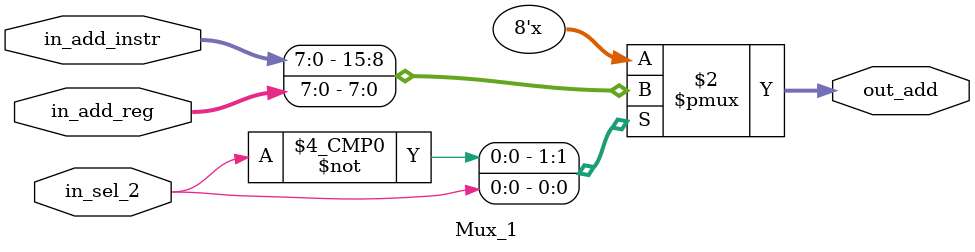
<source format=v>
`timescale 1ns / 1ps
module Mux_1(in_add_instr, in_add_reg, in_sel_2, out_add);
input[7:0] in_add_instr, in_add_reg;
input in_sel_2;
output reg[7:0] out_add;

always@(*)
begin
	case(in_sel_2)
	0:begin
		out_add = in_add_instr;
	end
	1:begin
		out_add = in_add_reg;
	end
	endcase
end

endmodule

</source>
